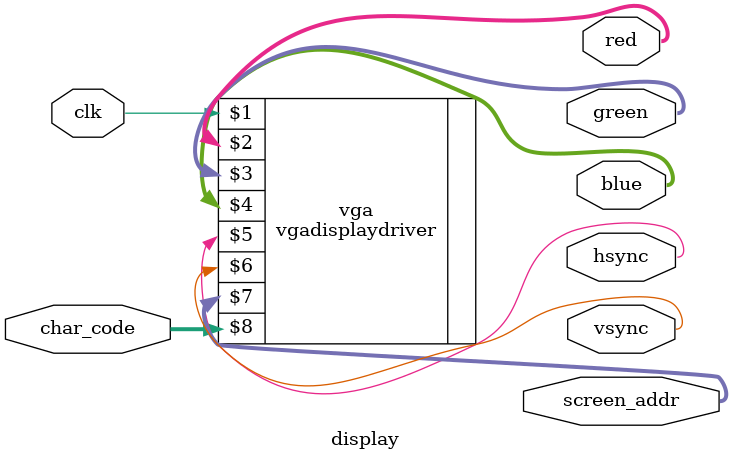
<source format=sv>
`timescale 1ns / 1ps
`default_nettype none
`include "display640x480.sv"

module display (
    input wire clk,
    output wire [3:0] red, green, blue,
    output wire hsync, vsync,
    output wire [10:0] screen_addr,
    input wire [7:0] char_code
    );
    
    vgadisplaydriver vga(clk,red,green,blue,hsync,vsync,screen_addr, char_code);
    //screenmem mem(screen_addr,char_code);
    
    //assign wr = 0;
    //assign charin = 0;
endmodule

</source>
